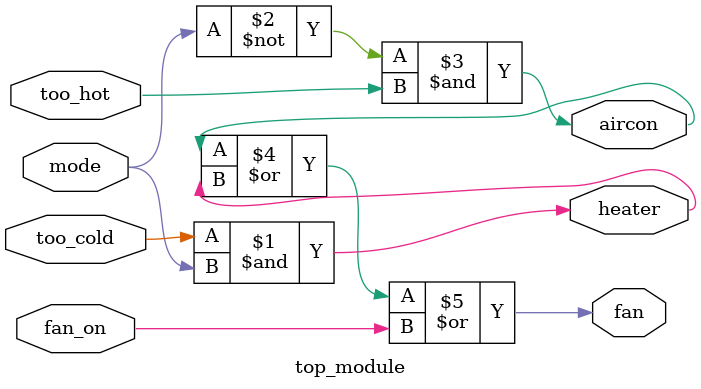
<source format=v>
module top_module (
    input mode,
    input too_cold,
    input too_hot,
    input fan_on,
    output heater,
    output aircon,
    output fan
);
assign heater = too_cold & mode;
assign aircon = ~mode & too_hot;
assign fan = aircon | heater |fan_on;
endmodule
</source>
